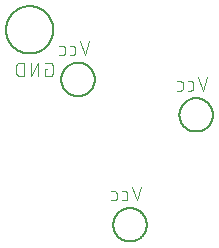
<source format=gbr>
G75*
%MOMM*%
%FSLAX34Y34*%
%LPD*%
%INSilkscreen Bottom*%
%IPPOS*%
%AMOC8*
5,1,8,0,0,1.08239X$1,22.5*%
G01*
%ADD10C,0.101600*%
%ADD11C,0.127000*%


D10*
X80492Y230192D02*
X76597Y218508D01*
X72703Y230192D01*
X66565Y218508D02*
X63969Y218508D01*
X66565Y218508D02*
X66652Y218510D01*
X66740Y218516D01*
X66826Y218526D01*
X66913Y218539D01*
X66998Y218557D01*
X67083Y218578D01*
X67167Y218603D01*
X67249Y218632D01*
X67330Y218665D01*
X67410Y218701D01*
X67488Y218740D01*
X67564Y218784D01*
X67638Y218830D01*
X67709Y218880D01*
X67779Y218933D01*
X67846Y218989D01*
X67910Y219048D01*
X67972Y219110D01*
X68031Y219174D01*
X68087Y219241D01*
X68140Y219311D01*
X68190Y219382D01*
X68236Y219456D01*
X68280Y219532D01*
X68319Y219610D01*
X68355Y219690D01*
X68388Y219771D01*
X68417Y219853D01*
X68442Y219937D01*
X68463Y220022D01*
X68481Y220107D01*
X68494Y220194D01*
X68504Y220280D01*
X68510Y220368D01*
X68512Y220455D01*
X68513Y220455D02*
X68513Y224350D01*
X68512Y224350D02*
X68510Y224437D01*
X68504Y224525D01*
X68494Y224611D01*
X68481Y224698D01*
X68463Y224783D01*
X68442Y224868D01*
X68417Y224952D01*
X68388Y225034D01*
X68355Y225115D01*
X68319Y225195D01*
X68280Y225273D01*
X68236Y225349D01*
X68190Y225423D01*
X68140Y225494D01*
X68087Y225564D01*
X68031Y225631D01*
X67972Y225695D01*
X67910Y225757D01*
X67846Y225816D01*
X67779Y225872D01*
X67709Y225925D01*
X67638Y225975D01*
X67564Y226021D01*
X67488Y226065D01*
X67410Y226104D01*
X67330Y226140D01*
X67249Y226173D01*
X67167Y226202D01*
X67083Y226227D01*
X66998Y226248D01*
X66913Y226266D01*
X66826Y226279D01*
X66740Y226289D01*
X66652Y226295D01*
X66565Y226297D01*
X63969Y226297D01*
X57802Y218508D02*
X55206Y218508D01*
X57802Y218508D02*
X57889Y218510D01*
X57977Y218516D01*
X58063Y218526D01*
X58150Y218539D01*
X58235Y218557D01*
X58320Y218578D01*
X58404Y218603D01*
X58486Y218632D01*
X58567Y218665D01*
X58647Y218701D01*
X58725Y218740D01*
X58801Y218784D01*
X58875Y218830D01*
X58946Y218880D01*
X59016Y218933D01*
X59083Y218989D01*
X59147Y219048D01*
X59209Y219110D01*
X59268Y219174D01*
X59324Y219241D01*
X59377Y219311D01*
X59427Y219382D01*
X59473Y219456D01*
X59517Y219532D01*
X59556Y219610D01*
X59592Y219690D01*
X59625Y219771D01*
X59654Y219853D01*
X59679Y219937D01*
X59700Y220022D01*
X59718Y220107D01*
X59731Y220194D01*
X59741Y220280D01*
X59747Y220368D01*
X59749Y220455D01*
X59750Y220455D02*
X59750Y224350D01*
X59749Y224350D02*
X59747Y224437D01*
X59741Y224525D01*
X59731Y224611D01*
X59718Y224698D01*
X59700Y224783D01*
X59679Y224868D01*
X59654Y224952D01*
X59625Y225034D01*
X59592Y225115D01*
X59556Y225195D01*
X59517Y225273D01*
X59473Y225349D01*
X59427Y225423D01*
X59377Y225494D01*
X59324Y225564D01*
X59268Y225631D01*
X59209Y225695D01*
X59147Y225757D01*
X59083Y225816D01*
X59016Y225872D01*
X58946Y225925D01*
X58875Y225975D01*
X58801Y226021D01*
X58725Y226065D01*
X58647Y226104D01*
X58567Y226140D01*
X58486Y226173D01*
X58404Y226202D01*
X58320Y226227D01*
X58235Y226248D01*
X58150Y226266D01*
X58063Y226279D01*
X57977Y226289D01*
X57889Y226295D01*
X57802Y226297D01*
X55206Y226297D01*
D11*
X56858Y198000D02*
X56862Y198347D01*
X56875Y198694D01*
X56896Y199040D01*
X56926Y199386D01*
X56964Y199731D01*
X57011Y200075D01*
X57066Y200418D01*
X57130Y200759D01*
X57202Y201099D01*
X57282Y201436D01*
X57370Y201772D01*
X57467Y202105D01*
X57572Y202436D01*
X57685Y202764D01*
X57806Y203090D01*
X57934Y203412D01*
X58071Y203731D01*
X58216Y204046D01*
X58368Y204358D01*
X58528Y204666D01*
X58695Y204971D01*
X58870Y205270D01*
X59052Y205566D01*
X59241Y205857D01*
X59438Y206143D01*
X59641Y206424D01*
X59851Y206701D01*
X60068Y206972D01*
X60292Y207237D01*
X60521Y207497D01*
X60758Y207751D01*
X61000Y208000D01*
X61249Y208242D01*
X61503Y208479D01*
X61763Y208708D01*
X62028Y208932D01*
X62299Y209149D01*
X62576Y209359D01*
X62857Y209562D01*
X63143Y209759D01*
X63434Y209948D01*
X63730Y210130D01*
X64029Y210305D01*
X64334Y210472D01*
X64642Y210632D01*
X64954Y210784D01*
X65269Y210929D01*
X65588Y211066D01*
X65910Y211194D01*
X66236Y211315D01*
X66564Y211428D01*
X66895Y211533D01*
X67228Y211630D01*
X67564Y211718D01*
X67901Y211798D01*
X68241Y211870D01*
X68582Y211934D01*
X68925Y211989D01*
X69269Y212036D01*
X69614Y212074D01*
X69960Y212104D01*
X70306Y212125D01*
X70653Y212138D01*
X71000Y212142D01*
X71347Y212138D01*
X71694Y212125D01*
X72040Y212104D01*
X72386Y212074D01*
X72731Y212036D01*
X73075Y211989D01*
X73418Y211934D01*
X73759Y211870D01*
X74099Y211798D01*
X74436Y211718D01*
X74772Y211630D01*
X75105Y211533D01*
X75436Y211428D01*
X75764Y211315D01*
X76090Y211194D01*
X76412Y211066D01*
X76731Y210929D01*
X77046Y210784D01*
X77358Y210632D01*
X77666Y210472D01*
X77971Y210305D01*
X78270Y210130D01*
X78566Y209948D01*
X78857Y209759D01*
X79143Y209562D01*
X79424Y209359D01*
X79701Y209149D01*
X79972Y208932D01*
X80237Y208708D01*
X80497Y208479D01*
X80751Y208242D01*
X81000Y208000D01*
X81242Y207751D01*
X81479Y207497D01*
X81708Y207237D01*
X81932Y206972D01*
X82149Y206701D01*
X82359Y206424D01*
X82562Y206143D01*
X82759Y205857D01*
X82948Y205566D01*
X83130Y205270D01*
X83305Y204971D01*
X83472Y204666D01*
X83632Y204358D01*
X83784Y204046D01*
X83929Y203731D01*
X84066Y203412D01*
X84194Y203090D01*
X84315Y202764D01*
X84428Y202436D01*
X84533Y202105D01*
X84630Y201772D01*
X84718Y201436D01*
X84798Y201099D01*
X84870Y200759D01*
X84934Y200418D01*
X84989Y200075D01*
X85036Y199731D01*
X85074Y199386D01*
X85104Y199040D01*
X85125Y198694D01*
X85138Y198347D01*
X85142Y198000D01*
X85138Y197653D01*
X85125Y197306D01*
X85104Y196960D01*
X85074Y196614D01*
X85036Y196269D01*
X84989Y195925D01*
X84934Y195582D01*
X84870Y195241D01*
X84798Y194901D01*
X84718Y194564D01*
X84630Y194228D01*
X84533Y193895D01*
X84428Y193564D01*
X84315Y193236D01*
X84194Y192910D01*
X84066Y192588D01*
X83929Y192269D01*
X83784Y191954D01*
X83632Y191642D01*
X83472Y191334D01*
X83305Y191029D01*
X83130Y190730D01*
X82948Y190434D01*
X82759Y190143D01*
X82562Y189857D01*
X82359Y189576D01*
X82149Y189299D01*
X81932Y189028D01*
X81708Y188763D01*
X81479Y188503D01*
X81242Y188249D01*
X81000Y188000D01*
X80751Y187758D01*
X80497Y187521D01*
X80237Y187292D01*
X79972Y187068D01*
X79701Y186851D01*
X79424Y186641D01*
X79143Y186438D01*
X78857Y186241D01*
X78566Y186052D01*
X78270Y185870D01*
X77971Y185695D01*
X77666Y185528D01*
X77358Y185368D01*
X77046Y185216D01*
X76731Y185071D01*
X76412Y184934D01*
X76090Y184806D01*
X75764Y184685D01*
X75436Y184572D01*
X75105Y184467D01*
X74772Y184370D01*
X74436Y184282D01*
X74099Y184202D01*
X73759Y184130D01*
X73418Y184066D01*
X73075Y184011D01*
X72731Y183964D01*
X72386Y183926D01*
X72040Y183896D01*
X71694Y183875D01*
X71347Y183862D01*
X71000Y183858D01*
X70653Y183862D01*
X70306Y183875D01*
X69960Y183896D01*
X69614Y183926D01*
X69269Y183964D01*
X68925Y184011D01*
X68582Y184066D01*
X68241Y184130D01*
X67901Y184202D01*
X67564Y184282D01*
X67228Y184370D01*
X66895Y184467D01*
X66564Y184572D01*
X66236Y184685D01*
X65910Y184806D01*
X65588Y184934D01*
X65269Y185071D01*
X64954Y185216D01*
X64642Y185368D01*
X64334Y185528D01*
X64029Y185695D01*
X63730Y185870D01*
X63434Y186052D01*
X63143Y186241D01*
X62857Y186438D01*
X62576Y186641D01*
X62299Y186851D01*
X62028Y187068D01*
X61763Y187292D01*
X61503Y187521D01*
X61249Y187758D01*
X61000Y188000D01*
X60758Y188249D01*
X60521Y188503D01*
X60292Y188763D01*
X60068Y189028D01*
X59851Y189299D01*
X59641Y189576D01*
X59438Y189857D01*
X59241Y190143D01*
X59052Y190434D01*
X58870Y190730D01*
X58695Y191029D01*
X58528Y191334D01*
X58368Y191642D01*
X58216Y191954D01*
X58071Y192269D01*
X57934Y192588D01*
X57806Y192910D01*
X57685Y193236D01*
X57572Y193564D01*
X57467Y193895D01*
X57370Y194228D01*
X57282Y194564D01*
X57202Y194901D01*
X57130Y195241D01*
X57066Y195582D01*
X57011Y195925D01*
X56964Y196269D01*
X56926Y196614D01*
X56896Y196960D01*
X56875Y197306D01*
X56862Y197653D01*
X56858Y198000D01*
D10*
X176597Y188508D02*
X180492Y200192D01*
X172703Y200192D02*
X176597Y188508D01*
X166565Y188508D02*
X163969Y188508D01*
X166565Y188508D02*
X166652Y188510D01*
X166740Y188516D01*
X166826Y188526D01*
X166913Y188539D01*
X166998Y188557D01*
X167083Y188578D01*
X167167Y188603D01*
X167249Y188632D01*
X167330Y188665D01*
X167410Y188701D01*
X167488Y188740D01*
X167564Y188784D01*
X167638Y188830D01*
X167709Y188880D01*
X167779Y188933D01*
X167846Y188989D01*
X167910Y189048D01*
X167972Y189110D01*
X168031Y189174D01*
X168087Y189241D01*
X168140Y189311D01*
X168190Y189382D01*
X168236Y189456D01*
X168280Y189532D01*
X168319Y189610D01*
X168355Y189690D01*
X168388Y189771D01*
X168417Y189853D01*
X168442Y189937D01*
X168463Y190022D01*
X168481Y190107D01*
X168494Y190194D01*
X168504Y190280D01*
X168510Y190368D01*
X168512Y190455D01*
X168513Y190455D02*
X168513Y194350D01*
X168512Y194350D02*
X168510Y194437D01*
X168504Y194525D01*
X168494Y194611D01*
X168481Y194698D01*
X168463Y194783D01*
X168442Y194868D01*
X168417Y194952D01*
X168388Y195034D01*
X168355Y195115D01*
X168319Y195195D01*
X168280Y195273D01*
X168236Y195349D01*
X168190Y195423D01*
X168140Y195494D01*
X168087Y195564D01*
X168031Y195631D01*
X167972Y195695D01*
X167910Y195757D01*
X167846Y195816D01*
X167779Y195872D01*
X167709Y195925D01*
X167638Y195975D01*
X167564Y196021D01*
X167488Y196065D01*
X167410Y196104D01*
X167330Y196140D01*
X167249Y196173D01*
X167167Y196202D01*
X167083Y196227D01*
X166998Y196248D01*
X166913Y196266D01*
X166826Y196279D01*
X166740Y196289D01*
X166652Y196295D01*
X166565Y196297D01*
X163969Y196297D01*
X157802Y188508D02*
X155206Y188508D01*
X157802Y188508D02*
X157889Y188510D01*
X157977Y188516D01*
X158063Y188526D01*
X158150Y188539D01*
X158235Y188557D01*
X158320Y188578D01*
X158404Y188603D01*
X158486Y188632D01*
X158567Y188665D01*
X158647Y188701D01*
X158725Y188740D01*
X158801Y188784D01*
X158875Y188830D01*
X158946Y188880D01*
X159016Y188933D01*
X159083Y188989D01*
X159147Y189048D01*
X159209Y189110D01*
X159268Y189174D01*
X159324Y189241D01*
X159377Y189311D01*
X159427Y189382D01*
X159473Y189456D01*
X159517Y189532D01*
X159556Y189610D01*
X159592Y189690D01*
X159625Y189771D01*
X159654Y189853D01*
X159679Y189937D01*
X159700Y190022D01*
X159718Y190107D01*
X159731Y190194D01*
X159741Y190280D01*
X159747Y190368D01*
X159749Y190455D01*
X159750Y190455D02*
X159750Y194350D01*
X159749Y194350D02*
X159747Y194437D01*
X159741Y194525D01*
X159731Y194611D01*
X159718Y194698D01*
X159700Y194783D01*
X159679Y194868D01*
X159654Y194952D01*
X159625Y195034D01*
X159592Y195115D01*
X159556Y195195D01*
X159517Y195273D01*
X159473Y195349D01*
X159427Y195423D01*
X159377Y195494D01*
X159324Y195564D01*
X159268Y195631D01*
X159209Y195695D01*
X159147Y195757D01*
X159083Y195816D01*
X159016Y195872D01*
X158946Y195925D01*
X158875Y195975D01*
X158801Y196021D01*
X158725Y196065D01*
X158647Y196104D01*
X158567Y196140D01*
X158486Y196173D01*
X158404Y196202D01*
X158320Y196227D01*
X158235Y196248D01*
X158150Y196266D01*
X158063Y196279D01*
X157977Y196289D01*
X157889Y196295D01*
X157802Y196297D01*
X155206Y196297D01*
D11*
X156858Y168000D02*
X156862Y168347D01*
X156875Y168694D01*
X156896Y169040D01*
X156926Y169386D01*
X156964Y169731D01*
X157011Y170075D01*
X157066Y170418D01*
X157130Y170759D01*
X157202Y171099D01*
X157282Y171436D01*
X157370Y171772D01*
X157467Y172105D01*
X157572Y172436D01*
X157685Y172764D01*
X157806Y173090D01*
X157934Y173412D01*
X158071Y173731D01*
X158216Y174046D01*
X158368Y174358D01*
X158528Y174666D01*
X158695Y174971D01*
X158870Y175270D01*
X159052Y175566D01*
X159241Y175857D01*
X159438Y176143D01*
X159641Y176424D01*
X159851Y176701D01*
X160068Y176972D01*
X160292Y177237D01*
X160521Y177497D01*
X160758Y177751D01*
X161000Y178000D01*
X161249Y178242D01*
X161503Y178479D01*
X161763Y178708D01*
X162028Y178932D01*
X162299Y179149D01*
X162576Y179359D01*
X162857Y179562D01*
X163143Y179759D01*
X163434Y179948D01*
X163730Y180130D01*
X164029Y180305D01*
X164334Y180472D01*
X164642Y180632D01*
X164954Y180784D01*
X165269Y180929D01*
X165588Y181066D01*
X165910Y181194D01*
X166236Y181315D01*
X166564Y181428D01*
X166895Y181533D01*
X167228Y181630D01*
X167564Y181718D01*
X167901Y181798D01*
X168241Y181870D01*
X168582Y181934D01*
X168925Y181989D01*
X169269Y182036D01*
X169614Y182074D01*
X169960Y182104D01*
X170306Y182125D01*
X170653Y182138D01*
X171000Y182142D01*
X171347Y182138D01*
X171694Y182125D01*
X172040Y182104D01*
X172386Y182074D01*
X172731Y182036D01*
X173075Y181989D01*
X173418Y181934D01*
X173759Y181870D01*
X174099Y181798D01*
X174436Y181718D01*
X174772Y181630D01*
X175105Y181533D01*
X175436Y181428D01*
X175764Y181315D01*
X176090Y181194D01*
X176412Y181066D01*
X176731Y180929D01*
X177046Y180784D01*
X177358Y180632D01*
X177666Y180472D01*
X177971Y180305D01*
X178270Y180130D01*
X178566Y179948D01*
X178857Y179759D01*
X179143Y179562D01*
X179424Y179359D01*
X179701Y179149D01*
X179972Y178932D01*
X180237Y178708D01*
X180497Y178479D01*
X180751Y178242D01*
X181000Y178000D01*
X181242Y177751D01*
X181479Y177497D01*
X181708Y177237D01*
X181932Y176972D01*
X182149Y176701D01*
X182359Y176424D01*
X182562Y176143D01*
X182759Y175857D01*
X182948Y175566D01*
X183130Y175270D01*
X183305Y174971D01*
X183472Y174666D01*
X183632Y174358D01*
X183784Y174046D01*
X183929Y173731D01*
X184066Y173412D01*
X184194Y173090D01*
X184315Y172764D01*
X184428Y172436D01*
X184533Y172105D01*
X184630Y171772D01*
X184718Y171436D01*
X184798Y171099D01*
X184870Y170759D01*
X184934Y170418D01*
X184989Y170075D01*
X185036Y169731D01*
X185074Y169386D01*
X185104Y169040D01*
X185125Y168694D01*
X185138Y168347D01*
X185142Y168000D01*
X185138Y167653D01*
X185125Y167306D01*
X185104Y166960D01*
X185074Y166614D01*
X185036Y166269D01*
X184989Y165925D01*
X184934Y165582D01*
X184870Y165241D01*
X184798Y164901D01*
X184718Y164564D01*
X184630Y164228D01*
X184533Y163895D01*
X184428Y163564D01*
X184315Y163236D01*
X184194Y162910D01*
X184066Y162588D01*
X183929Y162269D01*
X183784Y161954D01*
X183632Y161642D01*
X183472Y161334D01*
X183305Y161029D01*
X183130Y160730D01*
X182948Y160434D01*
X182759Y160143D01*
X182562Y159857D01*
X182359Y159576D01*
X182149Y159299D01*
X181932Y159028D01*
X181708Y158763D01*
X181479Y158503D01*
X181242Y158249D01*
X181000Y158000D01*
X180751Y157758D01*
X180497Y157521D01*
X180237Y157292D01*
X179972Y157068D01*
X179701Y156851D01*
X179424Y156641D01*
X179143Y156438D01*
X178857Y156241D01*
X178566Y156052D01*
X178270Y155870D01*
X177971Y155695D01*
X177666Y155528D01*
X177358Y155368D01*
X177046Y155216D01*
X176731Y155071D01*
X176412Y154934D01*
X176090Y154806D01*
X175764Y154685D01*
X175436Y154572D01*
X175105Y154467D01*
X174772Y154370D01*
X174436Y154282D01*
X174099Y154202D01*
X173759Y154130D01*
X173418Y154066D01*
X173075Y154011D01*
X172731Y153964D01*
X172386Y153926D01*
X172040Y153896D01*
X171694Y153875D01*
X171347Y153862D01*
X171000Y153858D01*
X170653Y153862D01*
X170306Y153875D01*
X169960Y153896D01*
X169614Y153926D01*
X169269Y153964D01*
X168925Y154011D01*
X168582Y154066D01*
X168241Y154130D01*
X167901Y154202D01*
X167564Y154282D01*
X167228Y154370D01*
X166895Y154467D01*
X166564Y154572D01*
X166236Y154685D01*
X165910Y154806D01*
X165588Y154934D01*
X165269Y155071D01*
X164954Y155216D01*
X164642Y155368D01*
X164334Y155528D01*
X164029Y155695D01*
X163730Y155870D01*
X163434Y156052D01*
X163143Y156241D01*
X162857Y156438D01*
X162576Y156641D01*
X162299Y156851D01*
X162028Y157068D01*
X161763Y157292D01*
X161503Y157521D01*
X161249Y157758D01*
X161000Y158000D01*
X160758Y158249D01*
X160521Y158503D01*
X160292Y158763D01*
X160068Y159028D01*
X159851Y159299D01*
X159641Y159576D01*
X159438Y159857D01*
X159241Y160143D01*
X159052Y160434D01*
X158870Y160730D01*
X158695Y161029D01*
X158528Y161334D01*
X158368Y161642D01*
X158216Y161954D01*
X158071Y162269D01*
X157934Y162588D01*
X157806Y162910D01*
X157685Y163236D01*
X157572Y163564D01*
X157467Y163895D01*
X157370Y164228D01*
X157282Y164564D01*
X157202Y164901D01*
X157130Y165241D01*
X157066Y165582D01*
X157011Y165925D01*
X156964Y166269D01*
X156926Y166614D01*
X156896Y166960D01*
X156875Y167306D01*
X156862Y167653D01*
X156858Y168000D01*
D10*
X44948Y206999D02*
X43001Y206999D01*
X43001Y200508D01*
X46896Y200508D01*
X46995Y200510D01*
X47095Y200516D01*
X47194Y200525D01*
X47292Y200538D01*
X47390Y200555D01*
X47488Y200576D01*
X47584Y200601D01*
X47679Y200629D01*
X47773Y200661D01*
X47866Y200696D01*
X47958Y200735D01*
X48048Y200778D01*
X48136Y200823D01*
X48223Y200873D01*
X48307Y200925D01*
X48390Y200981D01*
X48470Y201039D01*
X48548Y201101D01*
X48623Y201166D01*
X48696Y201234D01*
X48766Y201304D01*
X48834Y201377D01*
X48899Y201452D01*
X48961Y201530D01*
X49019Y201610D01*
X49075Y201693D01*
X49127Y201777D01*
X49177Y201864D01*
X49222Y201952D01*
X49265Y202042D01*
X49304Y202134D01*
X49339Y202227D01*
X49371Y202321D01*
X49399Y202416D01*
X49424Y202512D01*
X49445Y202610D01*
X49462Y202708D01*
X49475Y202806D01*
X49484Y202905D01*
X49490Y203005D01*
X49492Y203104D01*
X49492Y209596D01*
X49490Y209695D01*
X49484Y209795D01*
X49475Y209894D01*
X49462Y209992D01*
X49445Y210090D01*
X49424Y210188D01*
X49399Y210284D01*
X49371Y210379D01*
X49339Y210473D01*
X49304Y210566D01*
X49265Y210658D01*
X49222Y210748D01*
X49177Y210836D01*
X49127Y210923D01*
X49075Y211007D01*
X49019Y211090D01*
X48961Y211170D01*
X48899Y211248D01*
X48834Y211323D01*
X48766Y211396D01*
X48696Y211466D01*
X48623Y211534D01*
X48548Y211599D01*
X48470Y211661D01*
X48390Y211719D01*
X48307Y211775D01*
X48223Y211827D01*
X48136Y211877D01*
X48048Y211922D01*
X47958Y211965D01*
X47866Y212004D01*
X47773Y212039D01*
X47679Y212071D01*
X47584Y212099D01*
X47488Y212124D01*
X47390Y212145D01*
X47292Y212162D01*
X47194Y212175D01*
X47095Y212184D01*
X46995Y212190D01*
X46896Y212192D01*
X43001Y212192D01*
X37300Y212192D02*
X37300Y200508D01*
X30809Y200508D02*
X37300Y212192D01*
X30809Y212192D02*
X30809Y200508D01*
X25108Y200508D02*
X25108Y212192D01*
X21863Y212192D01*
X21750Y212190D01*
X21637Y212184D01*
X21524Y212174D01*
X21411Y212160D01*
X21299Y212143D01*
X21188Y212121D01*
X21078Y212096D01*
X20968Y212066D01*
X20860Y212033D01*
X20753Y211996D01*
X20647Y211956D01*
X20543Y211911D01*
X20440Y211863D01*
X20339Y211812D01*
X20240Y211757D01*
X20143Y211699D01*
X20048Y211637D01*
X19955Y211572D01*
X19865Y211504D01*
X19777Y211433D01*
X19691Y211358D01*
X19608Y211281D01*
X19528Y211201D01*
X19451Y211118D01*
X19376Y211032D01*
X19305Y210944D01*
X19237Y210854D01*
X19172Y210761D01*
X19110Y210666D01*
X19052Y210569D01*
X18997Y210470D01*
X18946Y210369D01*
X18898Y210266D01*
X18853Y210162D01*
X18813Y210056D01*
X18776Y209949D01*
X18743Y209841D01*
X18713Y209731D01*
X18688Y209621D01*
X18666Y209510D01*
X18649Y209398D01*
X18635Y209285D01*
X18625Y209172D01*
X18619Y209059D01*
X18617Y208946D01*
X18617Y203754D01*
X18619Y203641D01*
X18625Y203528D01*
X18635Y203415D01*
X18649Y203302D01*
X18666Y203190D01*
X18688Y203079D01*
X18713Y202969D01*
X18743Y202859D01*
X18776Y202751D01*
X18813Y202644D01*
X18853Y202538D01*
X18898Y202434D01*
X18946Y202331D01*
X18997Y202230D01*
X19052Y202131D01*
X19110Y202034D01*
X19172Y201939D01*
X19237Y201846D01*
X19305Y201756D01*
X19376Y201668D01*
X19451Y201582D01*
X19528Y201499D01*
X19608Y201419D01*
X19691Y201342D01*
X19777Y201267D01*
X19865Y201196D01*
X19955Y201128D01*
X20048Y201063D01*
X20143Y201001D01*
X20240Y200943D01*
X20339Y200888D01*
X20440Y200837D01*
X20543Y200789D01*
X20647Y200744D01*
X20753Y200704D01*
X20860Y200667D01*
X20968Y200634D01*
X21078Y200604D01*
X21188Y200579D01*
X21299Y200557D01*
X21411Y200540D01*
X21524Y200526D01*
X21637Y200516D01*
X21750Y200510D01*
X21863Y200508D01*
X25108Y200508D01*
D11*
X10000Y240000D02*
X10006Y240491D01*
X10024Y240981D01*
X10054Y241471D01*
X10096Y241960D01*
X10150Y242448D01*
X10216Y242935D01*
X10294Y243419D01*
X10384Y243902D01*
X10486Y244382D01*
X10599Y244860D01*
X10724Y245334D01*
X10861Y245806D01*
X11009Y246274D01*
X11169Y246738D01*
X11340Y247198D01*
X11522Y247654D01*
X11716Y248105D01*
X11920Y248551D01*
X12136Y248992D01*
X12362Y249428D01*
X12598Y249858D01*
X12845Y250282D01*
X13103Y250700D01*
X13371Y251111D01*
X13648Y251516D01*
X13936Y251914D01*
X14233Y252305D01*
X14540Y252688D01*
X14856Y253063D01*
X15181Y253431D01*
X15515Y253791D01*
X15858Y254142D01*
X16209Y254485D01*
X16569Y254819D01*
X16937Y255144D01*
X17312Y255460D01*
X17695Y255767D01*
X18086Y256064D01*
X18484Y256352D01*
X18889Y256629D01*
X19300Y256897D01*
X19718Y257155D01*
X20142Y257402D01*
X20572Y257638D01*
X21008Y257864D01*
X21449Y258080D01*
X21895Y258284D01*
X22346Y258478D01*
X22802Y258660D01*
X23262Y258831D01*
X23726Y258991D01*
X24194Y259139D01*
X24666Y259276D01*
X25140Y259401D01*
X25618Y259514D01*
X26098Y259616D01*
X26581Y259706D01*
X27065Y259784D01*
X27552Y259850D01*
X28040Y259904D01*
X28529Y259946D01*
X29019Y259976D01*
X29509Y259994D01*
X30000Y260000D01*
X30491Y259994D01*
X30981Y259976D01*
X31471Y259946D01*
X31960Y259904D01*
X32448Y259850D01*
X32935Y259784D01*
X33419Y259706D01*
X33902Y259616D01*
X34382Y259514D01*
X34860Y259401D01*
X35334Y259276D01*
X35806Y259139D01*
X36274Y258991D01*
X36738Y258831D01*
X37198Y258660D01*
X37654Y258478D01*
X38105Y258284D01*
X38551Y258080D01*
X38992Y257864D01*
X39428Y257638D01*
X39858Y257402D01*
X40282Y257155D01*
X40700Y256897D01*
X41111Y256629D01*
X41516Y256352D01*
X41914Y256064D01*
X42305Y255767D01*
X42688Y255460D01*
X43063Y255144D01*
X43431Y254819D01*
X43791Y254485D01*
X44142Y254142D01*
X44485Y253791D01*
X44819Y253431D01*
X45144Y253063D01*
X45460Y252688D01*
X45767Y252305D01*
X46064Y251914D01*
X46352Y251516D01*
X46629Y251111D01*
X46897Y250700D01*
X47155Y250282D01*
X47402Y249858D01*
X47638Y249428D01*
X47864Y248992D01*
X48080Y248551D01*
X48284Y248105D01*
X48478Y247654D01*
X48660Y247198D01*
X48831Y246738D01*
X48991Y246274D01*
X49139Y245806D01*
X49276Y245334D01*
X49401Y244860D01*
X49514Y244382D01*
X49616Y243902D01*
X49706Y243419D01*
X49784Y242935D01*
X49850Y242448D01*
X49904Y241960D01*
X49946Y241471D01*
X49976Y240981D01*
X49994Y240491D01*
X50000Y240000D01*
X49994Y239509D01*
X49976Y239019D01*
X49946Y238529D01*
X49904Y238040D01*
X49850Y237552D01*
X49784Y237065D01*
X49706Y236581D01*
X49616Y236098D01*
X49514Y235618D01*
X49401Y235140D01*
X49276Y234666D01*
X49139Y234194D01*
X48991Y233726D01*
X48831Y233262D01*
X48660Y232802D01*
X48478Y232346D01*
X48284Y231895D01*
X48080Y231449D01*
X47864Y231008D01*
X47638Y230572D01*
X47402Y230142D01*
X47155Y229718D01*
X46897Y229300D01*
X46629Y228889D01*
X46352Y228484D01*
X46064Y228086D01*
X45767Y227695D01*
X45460Y227312D01*
X45144Y226937D01*
X44819Y226569D01*
X44485Y226209D01*
X44142Y225858D01*
X43791Y225515D01*
X43431Y225181D01*
X43063Y224856D01*
X42688Y224540D01*
X42305Y224233D01*
X41914Y223936D01*
X41516Y223648D01*
X41111Y223371D01*
X40700Y223103D01*
X40282Y222845D01*
X39858Y222598D01*
X39428Y222362D01*
X38992Y222136D01*
X38551Y221920D01*
X38105Y221716D01*
X37654Y221522D01*
X37198Y221340D01*
X36738Y221169D01*
X36274Y221009D01*
X35806Y220861D01*
X35334Y220724D01*
X34860Y220599D01*
X34382Y220486D01*
X33902Y220384D01*
X33419Y220294D01*
X32935Y220216D01*
X32448Y220150D01*
X31960Y220096D01*
X31471Y220054D01*
X30981Y220024D01*
X30491Y220006D01*
X30000Y220000D01*
X29509Y220006D01*
X29019Y220024D01*
X28529Y220054D01*
X28040Y220096D01*
X27552Y220150D01*
X27065Y220216D01*
X26581Y220294D01*
X26098Y220384D01*
X25618Y220486D01*
X25140Y220599D01*
X24666Y220724D01*
X24194Y220861D01*
X23726Y221009D01*
X23262Y221169D01*
X22802Y221340D01*
X22346Y221522D01*
X21895Y221716D01*
X21449Y221920D01*
X21008Y222136D01*
X20572Y222362D01*
X20142Y222598D01*
X19718Y222845D01*
X19300Y223103D01*
X18889Y223371D01*
X18484Y223648D01*
X18086Y223936D01*
X17695Y224233D01*
X17312Y224540D01*
X16937Y224856D01*
X16569Y225181D01*
X16209Y225515D01*
X15858Y225858D01*
X15515Y226209D01*
X15181Y226569D01*
X14856Y226937D01*
X14540Y227312D01*
X14233Y227695D01*
X13936Y228086D01*
X13648Y228484D01*
X13371Y228889D01*
X13103Y229300D01*
X12845Y229718D01*
X12598Y230142D01*
X12362Y230572D01*
X12136Y231008D01*
X11920Y231449D01*
X11716Y231895D01*
X11522Y232346D01*
X11340Y232802D01*
X11169Y233262D01*
X11009Y233726D01*
X10861Y234194D01*
X10724Y234666D01*
X10599Y235140D01*
X10486Y235618D01*
X10384Y236098D01*
X10294Y236581D01*
X10216Y237065D01*
X10150Y237552D01*
X10096Y238040D01*
X10054Y238529D01*
X10024Y239019D01*
X10006Y239509D01*
X10000Y240000D01*
D10*
X124492Y107192D02*
X120597Y95508D01*
X116703Y107192D01*
X110565Y95508D02*
X107969Y95508D01*
X110565Y95508D02*
X110652Y95510D01*
X110740Y95516D01*
X110826Y95526D01*
X110913Y95539D01*
X110998Y95557D01*
X111083Y95578D01*
X111167Y95603D01*
X111249Y95632D01*
X111330Y95665D01*
X111410Y95701D01*
X111488Y95740D01*
X111564Y95784D01*
X111638Y95830D01*
X111709Y95880D01*
X111779Y95933D01*
X111846Y95989D01*
X111910Y96048D01*
X111972Y96110D01*
X112031Y96174D01*
X112087Y96241D01*
X112140Y96311D01*
X112190Y96382D01*
X112236Y96456D01*
X112280Y96532D01*
X112319Y96610D01*
X112355Y96690D01*
X112388Y96771D01*
X112417Y96853D01*
X112442Y96937D01*
X112463Y97022D01*
X112481Y97107D01*
X112494Y97194D01*
X112504Y97280D01*
X112510Y97368D01*
X112512Y97455D01*
X112513Y97455D02*
X112513Y101350D01*
X112512Y101350D02*
X112510Y101437D01*
X112504Y101525D01*
X112494Y101611D01*
X112481Y101698D01*
X112463Y101783D01*
X112442Y101868D01*
X112417Y101952D01*
X112388Y102034D01*
X112355Y102115D01*
X112319Y102195D01*
X112280Y102273D01*
X112236Y102349D01*
X112190Y102423D01*
X112140Y102494D01*
X112087Y102564D01*
X112031Y102631D01*
X111972Y102695D01*
X111910Y102757D01*
X111846Y102816D01*
X111779Y102872D01*
X111709Y102925D01*
X111638Y102975D01*
X111564Y103021D01*
X111488Y103065D01*
X111410Y103104D01*
X111330Y103140D01*
X111249Y103173D01*
X111167Y103202D01*
X111083Y103227D01*
X110998Y103248D01*
X110913Y103266D01*
X110826Y103279D01*
X110740Y103289D01*
X110652Y103295D01*
X110565Y103297D01*
X107969Y103297D01*
X101802Y95508D02*
X99206Y95508D01*
X101802Y95508D02*
X101889Y95510D01*
X101977Y95516D01*
X102063Y95526D01*
X102150Y95539D01*
X102235Y95557D01*
X102320Y95578D01*
X102404Y95603D01*
X102486Y95632D01*
X102567Y95665D01*
X102647Y95701D01*
X102725Y95740D01*
X102801Y95784D01*
X102875Y95830D01*
X102946Y95880D01*
X103016Y95933D01*
X103083Y95989D01*
X103147Y96048D01*
X103209Y96110D01*
X103268Y96174D01*
X103324Y96241D01*
X103377Y96311D01*
X103427Y96382D01*
X103473Y96456D01*
X103517Y96532D01*
X103556Y96610D01*
X103592Y96690D01*
X103625Y96771D01*
X103654Y96853D01*
X103679Y96937D01*
X103700Y97022D01*
X103718Y97107D01*
X103731Y97194D01*
X103741Y97280D01*
X103747Y97368D01*
X103749Y97455D01*
X103750Y97455D02*
X103750Y101350D01*
X103749Y101350D02*
X103747Y101437D01*
X103741Y101525D01*
X103731Y101611D01*
X103718Y101698D01*
X103700Y101783D01*
X103679Y101868D01*
X103654Y101952D01*
X103625Y102034D01*
X103592Y102115D01*
X103556Y102195D01*
X103517Y102273D01*
X103473Y102349D01*
X103427Y102423D01*
X103377Y102494D01*
X103324Y102564D01*
X103268Y102631D01*
X103209Y102695D01*
X103147Y102757D01*
X103083Y102816D01*
X103016Y102872D01*
X102946Y102925D01*
X102875Y102975D01*
X102801Y103021D01*
X102725Y103065D01*
X102647Y103104D01*
X102567Y103140D01*
X102486Y103173D01*
X102404Y103202D01*
X102320Y103227D01*
X102235Y103248D01*
X102150Y103266D01*
X102063Y103279D01*
X101977Y103289D01*
X101889Y103295D01*
X101802Y103297D01*
X99206Y103297D01*
D11*
X100858Y75000D02*
X100862Y75347D01*
X100875Y75694D01*
X100896Y76040D01*
X100926Y76386D01*
X100964Y76731D01*
X101011Y77075D01*
X101066Y77418D01*
X101130Y77759D01*
X101202Y78099D01*
X101282Y78436D01*
X101370Y78772D01*
X101467Y79105D01*
X101572Y79436D01*
X101685Y79764D01*
X101806Y80090D01*
X101934Y80412D01*
X102071Y80731D01*
X102216Y81046D01*
X102368Y81358D01*
X102528Y81666D01*
X102695Y81971D01*
X102870Y82270D01*
X103052Y82566D01*
X103241Y82857D01*
X103438Y83143D01*
X103641Y83424D01*
X103851Y83701D01*
X104068Y83972D01*
X104292Y84237D01*
X104521Y84497D01*
X104758Y84751D01*
X105000Y85000D01*
X105249Y85242D01*
X105503Y85479D01*
X105763Y85708D01*
X106028Y85932D01*
X106299Y86149D01*
X106576Y86359D01*
X106857Y86562D01*
X107143Y86759D01*
X107434Y86948D01*
X107730Y87130D01*
X108029Y87305D01*
X108334Y87472D01*
X108642Y87632D01*
X108954Y87784D01*
X109269Y87929D01*
X109588Y88066D01*
X109910Y88194D01*
X110236Y88315D01*
X110564Y88428D01*
X110895Y88533D01*
X111228Y88630D01*
X111564Y88718D01*
X111901Y88798D01*
X112241Y88870D01*
X112582Y88934D01*
X112925Y88989D01*
X113269Y89036D01*
X113614Y89074D01*
X113960Y89104D01*
X114306Y89125D01*
X114653Y89138D01*
X115000Y89142D01*
X115347Y89138D01*
X115694Y89125D01*
X116040Y89104D01*
X116386Y89074D01*
X116731Y89036D01*
X117075Y88989D01*
X117418Y88934D01*
X117759Y88870D01*
X118099Y88798D01*
X118436Y88718D01*
X118772Y88630D01*
X119105Y88533D01*
X119436Y88428D01*
X119764Y88315D01*
X120090Y88194D01*
X120412Y88066D01*
X120731Y87929D01*
X121046Y87784D01*
X121358Y87632D01*
X121666Y87472D01*
X121971Y87305D01*
X122270Y87130D01*
X122566Y86948D01*
X122857Y86759D01*
X123143Y86562D01*
X123424Y86359D01*
X123701Y86149D01*
X123972Y85932D01*
X124237Y85708D01*
X124497Y85479D01*
X124751Y85242D01*
X125000Y85000D01*
X125242Y84751D01*
X125479Y84497D01*
X125708Y84237D01*
X125932Y83972D01*
X126149Y83701D01*
X126359Y83424D01*
X126562Y83143D01*
X126759Y82857D01*
X126948Y82566D01*
X127130Y82270D01*
X127305Y81971D01*
X127472Y81666D01*
X127632Y81358D01*
X127784Y81046D01*
X127929Y80731D01*
X128066Y80412D01*
X128194Y80090D01*
X128315Y79764D01*
X128428Y79436D01*
X128533Y79105D01*
X128630Y78772D01*
X128718Y78436D01*
X128798Y78099D01*
X128870Y77759D01*
X128934Y77418D01*
X128989Y77075D01*
X129036Y76731D01*
X129074Y76386D01*
X129104Y76040D01*
X129125Y75694D01*
X129138Y75347D01*
X129142Y75000D01*
X129138Y74653D01*
X129125Y74306D01*
X129104Y73960D01*
X129074Y73614D01*
X129036Y73269D01*
X128989Y72925D01*
X128934Y72582D01*
X128870Y72241D01*
X128798Y71901D01*
X128718Y71564D01*
X128630Y71228D01*
X128533Y70895D01*
X128428Y70564D01*
X128315Y70236D01*
X128194Y69910D01*
X128066Y69588D01*
X127929Y69269D01*
X127784Y68954D01*
X127632Y68642D01*
X127472Y68334D01*
X127305Y68029D01*
X127130Y67730D01*
X126948Y67434D01*
X126759Y67143D01*
X126562Y66857D01*
X126359Y66576D01*
X126149Y66299D01*
X125932Y66028D01*
X125708Y65763D01*
X125479Y65503D01*
X125242Y65249D01*
X125000Y65000D01*
X124751Y64758D01*
X124497Y64521D01*
X124237Y64292D01*
X123972Y64068D01*
X123701Y63851D01*
X123424Y63641D01*
X123143Y63438D01*
X122857Y63241D01*
X122566Y63052D01*
X122270Y62870D01*
X121971Y62695D01*
X121666Y62528D01*
X121358Y62368D01*
X121046Y62216D01*
X120731Y62071D01*
X120412Y61934D01*
X120090Y61806D01*
X119764Y61685D01*
X119436Y61572D01*
X119105Y61467D01*
X118772Y61370D01*
X118436Y61282D01*
X118099Y61202D01*
X117759Y61130D01*
X117418Y61066D01*
X117075Y61011D01*
X116731Y60964D01*
X116386Y60926D01*
X116040Y60896D01*
X115694Y60875D01*
X115347Y60862D01*
X115000Y60858D01*
X114653Y60862D01*
X114306Y60875D01*
X113960Y60896D01*
X113614Y60926D01*
X113269Y60964D01*
X112925Y61011D01*
X112582Y61066D01*
X112241Y61130D01*
X111901Y61202D01*
X111564Y61282D01*
X111228Y61370D01*
X110895Y61467D01*
X110564Y61572D01*
X110236Y61685D01*
X109910Y61806D01*
X109588Y61934D01*
X109269Y62071D01*
X108954Y62216D01*
X108642Y62368D01*
X108334Y62528D01*
X108029Y62695D01*
X107730Y62870D01*
X107434Y63052D01*
X107143Y63241D01*
X106857Y63438D01*
X106576Y63641D01*
X106299Y63851D01*
X106028Y64068D01*
X105763Y64292D01*
X105503Y64521D01*
X105249Y64758D01*
X105000Y65000D01*
X104758Y65249D01*
X104521Y65503D01*
X104292Y65763D01*
X104068Y66028D01*
X103851Y66299D01*
X103641Y66576D01*
X103438Y66857D01*
X103241Y67143D01*
X103052Y67434D01*
X102870Y67730D01*
X102695Y68029D01*
X102528Y68334D01*
X102368Y68642D01*
X102216Y68954D01*
X102071Y69269D01*
X101934Y69588D01*
X101806Y69910D01*
X101685Y70236D01*
X101572Y70564D01*
X101467Y70895D01*
X101370Y71228D01*
X101282Y71564D01*
X101202Y71901D01*
X101130Y72241D01*
X101066Y72582D01*
X101011Y72925D01*
X100964Y73269D01*
X100926Y73614D01*
X100896Y73960D01*
X100875Y74306D01*
X100862Y74653D01*
X100858Y75000D01*
M02*

</source>
